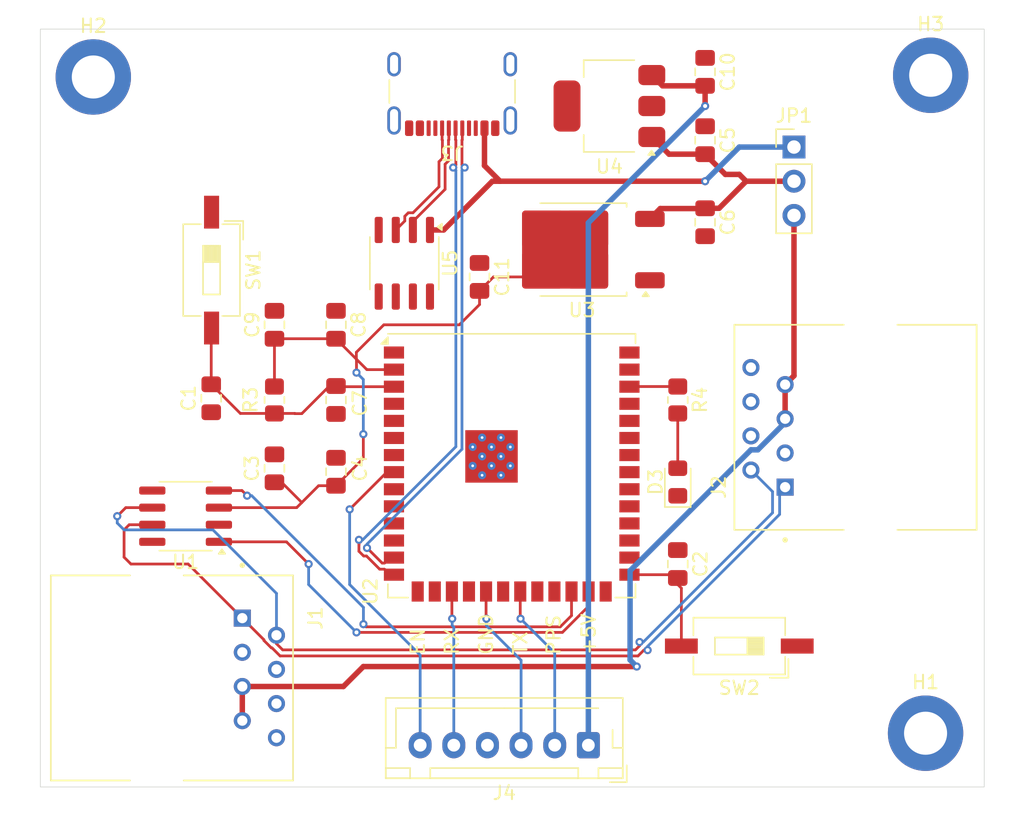
<source format=kicad_pcb>
(kicad_pcb (version 20240108) (generator "pcbnew") (generator_version "8.0")
  (layers (0 "F.Cu" signal) (31 "B.Cu" signal) (34 "B.Paste" user) (35 "F.Paste" user) (36 "B.SilkS" user "B.Silkscreen") (37 "F.SilkS" user "F.Silkscreen") (38 "B.Mask" user) (39 "F.Mask" user) (44 "Edge.Cuts" user))
  (net 0 "")
  (net 1 "GND")
  (net 2 "GPIO_0")
  (net 3 "+5V")
  (net 4 "+24V")
  (net 5 "EN_ESP")
  (net 6 "+3.3V")
  (net 7 "Net-(D3-A)")
  (net 9 "CAN_P")
  (net 13 "USB_P")
  (net 18 "USB_N")
  (net 19 "GNSS_RX")
  (net 20 "GNSS_PPS")
  (net 21 "GNSS_TX")
  (net 22 "GNSS_EN")
  (net 23 "LED_BUILDIN")
  (net 24 "TXC")
  (net 25 "RXC")
  (net 54 "JUMPER_LDO")
  (net 55 "CAN_N")
  (footprint "Capacitor_SMD:C_0805_2012Metric_Pad1.18x1.45mm_HandSolder" (layer "F.Cu") (at 125.984 97.536 90)
    (property "Reference" "C3" (at 0 -1.68 90) (layer "F.SilkS"))
    (property "Value" "100nF")
    (pad "1" smd roundrect (at -1.0375 0 90) (size 1.175 1.45) (layers "F.Cu" "F.Paste" "F.Mask") (roundrect_rratio 0.212766) (net 6 "+3.3V"))
    (pad "2" smd roundrect (at 1.0375 0 90) (size 1.175 1.45) (layers "F.Cu" "F.Paste" "F.Mask") (roundrect_rratio 0.212766) (net 1 "GND"))
  )
  (footprint "Package_SO:SOIC-8_3.9x4.9mm_P1.27mm" (layer "F.Cu") (at 135.636 82.296 -90)
    (property "Reference" "U5" (at 0 -3.4 90) (layer "F.SilkS"))
    (property "Value" "TVS")
    (pad "1" smd roundrect (at -2.475 -1.905 270) (size 1.95 0.6) (layers "F.Cu" "F.Paste" "F.Mask") (net 3 "+5V"))
    (pad "2" smd roundrect (at -2.475 -0.635 270) (size 1.95 0.6) (layers "F.Cu" "F.Paste" "F.Mask") (net 18 "USB_N"))
    (pad "3" smd roundrect (at -2.475 0.635 270) (size 1.95 0.6) (layers "F.Cu" "F.Paste" "F.Mask") (net 13 "USB_P"))
    (pad "4" smd roundrect (at -2.475 1.905 270) (size 1.95 0.6) (layers "F.Cu" "F.Paste" "F.Mask"))
    (pad "5" smd roundrect (at 2.475 1.905 270) (size 1.95 0.6) (layers "F.Cu" "F.Paste" "F.Mask") (net 1 "GND"))
    (pad "6" smd roundrect (at 2.475 0.635 270) (size 1.95 0.6) (layers "F.Cu" "F.Paste" "F.Mask") (net 1 "GND"))
    (pad "7" smd roundrect (at 2.475 -0.635 270) (size 1.95 0.6) (layers "F.Cu" "F.Paste" "F.Mask") (net 1 "GND"))
    (pad "8" smd roundrect (at 2.475 -1.905 270) (size 1.95 0.6) (layers "F.Cu" "F.Paste" "F.Mask") (net 1 "GND"))
  )
  (footprint "Capacitor_SMD:C_0805_2012Metric_Pad1.18x1.45mm_HandSolder" (layer "F.Cu") (at 157.988 73.152 -90)
    (property "Reference" "C5" (at 0 -1.68 90) (layer "F.SilkS"))
    (property "Value" "22uF")
    (pad "1" smd roundrect (at -1.0375 0 270) (size 1.175 1.45) (layers "F.Cu" "F.Paste" "F.Mask") (roundrect_rratio 0.212766) (net 1 "GND"))
    (pad "2" smd roundrect (at 1.0375 0 270) (size 1.175 1.45) (layers "F.Cu" "F.Paste" "F.Mask") (roundrect_rratio 0.212766) (net 54 "JUMPER_LDO"))
  )
  (footprint "MountingHole:MountingHole_3.2mm_M3_DIN965_Pad_TopBottom" (layer "F.Cu") (at 174.752 68.326)
    (property "Reference" "H3" (at 0 -3.8 0) (layer "F.SilkS"))
    (property "Value" "MountingHole_Pad")
    (pad "1" thru_hole circle (at 0 0) (size 3.6 3.6) (drill 3.2) (layers "*.Cu" "*.Mask") (net 1 "GND"))
    (pad "1" connect circle (at 0 0) (size 5.6 5.6) (layers "F.Cu" "F.Mask") (net 1 "GND"))
    (pad "1" connect circle (at 0 0) (size 5.6 5.6) (layers "B.Cu" "B.Mask") (net 1 "GND"))
  )
  (footprint "Button_Switch_SMD:SW_DIP_SPSTx01_Slide_6.7x4.1mm_W8.61mm_P2.54mm_LowProfile" (layer "F.Cu") (at 160.528 110.744 180)
    (property "Reference" "SW2" (at 0 -3.11 360) (layer "F.SilkS"))
    (property "Value" "TS09-63-25-WT-160-SMT-TR")
    (pad "1" smd rect (at -4.305 0 180) (size 2.44 1.12) (layers "F.Cu" "F.Paste" "F.Mask") (net 1 "GND"))
    (pad "2" smd rect (at 4.305 0 180) (size 2.44 1.12) (layers "F.Cu" "F.Paste" "F.Mask") (net 2 "GPIO_0"))
  )
  (footprint "Package_TO_SOT_SMD:SOT-223-3_TabPin2" (layer "F.Cu") (at 150.876 70.612 180)
    (property "Reference" "U4" (at 0 -4.5 0) (layer "F.SilkS"))
    (property "Value" "LDO-LM7805MPX/NOPB")
    (pad "1" smd roundrect (at -3.15 -2.3 180) (size 2 1.5) (layers "F.Cu" "F.Paste" "F.Mask") (net 54 "JUMPER_LDO"))
    (pad "2" smd roundrect (at -3.15 0 180) (size 2 1.5) (layers "F.Cu" "F.Paste" "F.Mask") (net 1 "GND"))
    (pad "2" smd roundrect (at 3.15 0 180) (size 2 3.8) (layers "F.Cu" "F.Paste" "F.Mask") (net 1 "GND"))
    (pad "3" smd roundrect (at -3.15 2.3 180) (size 2 1.5) (layers "F.Cu" "F.Paste" "F.Mask") (net 3 "+5V"))
  )
  (footprint "LED_SMD:LED_0805_2012Metric_Pad1.15x1.40mm_HandSolder" (layer "F.Cu") (at 155.956 98.552 90)
    (property "Reference" "D3" (at 0 -1.65 90) (layer "F.SilkS"))
    (property "Value" "LED")
    (pad "1" smd roundrect (at -1.025 0 90) (size 1.15 1.4) (layers "F.Cu" "F.Paste" "F.Mask") (roundrect_rratio 0.217391) (net 1 "GND"))
    (pad "2" smd roundrect (at 1.025 0 90) (size 1.15 1.4) (layers "F.Cu" "F.Paste" "F.Mask") (roundrect_rratio 0.217391) (net 7 "Net-(D3-A)"))
  )
  (footprint "Resistor_SMD:R_0805_2012Metric_Pad1.20x1.40mm_HandSolder" (layer "F.Cu") (at 125.984 92.456 -90)
    (property "Reference" "R3" (at 0 1.778 90) (layer "F.SilkS"))
    (property "Value" "10k")
    (pad "1" smd roundrect (at -1 0 270) (size 1.2 1.4) (layers "F.Cu" "F.Paste" "F.Mask") (roundrect_rratio 0.208333) (net 6 "+3.3V"))
    (pad "2" smd roundrect (at 1 0 270) (size 1.2 1.4) (layers "F.Cu" "F.Paste" "F.Mask") (roundrect_rratio 0.208333) (net 5 "EN_ESP"))
  )
  (footprint "MountingHole:MountingHole_3.2mm_M3_DIN965_Pad_TopBottom" (layer "F.Cu") (at 112.522 68.453)
    (property "Reference" "H2" (at 0 -3.8 0) (layer "F.SilkS"))
    (property "Value" "MountingHole_Pad")
    (pad "1" thru_hole circle (at 0 0) (size 3.6 3.6) (drill 3.2) (layers "*.Cu" "*.Mask") (net 1 "GND"))
    (pad "1" connect circle (at 0 0) (size 5.6 5.6) (layers "F.Cu" "F.Mask") (net 1 "GND"))
    (pad "1" connect circle (at 0 0) (size 5.6 5.6) (layers "B.Cu" "B.Mask") (net 1 "GND"))
  )
  (footprint "Capacitor_SMD:C_0805_2012Metric_Pad1.18x1.45mm_HandSolder" (layer "F.Cu") (at 157.988 68.072 -90)
    (property "Reference" "C10" (at 0 -1.68 90) (layer "F.SilkS"))
    (property "Value" "100nF")
    (pad "1" smd roundrect (at -1.0375 0 270) (size 1.175 1.45) (layers "F.Cu" "F.Paste" "F.Mask") (roundrect_rratio 0.212766) (net 1 "GND"))
    (pad "2" smd roundrect (at 1.0375 0 270) (size 1.175 1.45) (layers "F.Cu" "F.Paste" "F.Mask") (roundrect_rratio 0.212766) (net 3 "+5V"))
  )
  (footprint "Connector_USB:USB_C_Receptacle_GCT_USB4105-xx-A_16P_TopMnt_Horizontal" (layer "F.Cu") (at 139.192 68.58 180)
    (property "Reference" "J3" (at 0 -5.5 180) (layer "F.SilkS"))
    (property "Value" "USB_C_USB4105-GF-A")
    (pad "" np_thru_hole circle (at -2.89 -2.605 180) (size 0.65 0.65) (drill 0.65) (layers "F&B.Cu" "*.Mask"))
    (pad "" np_thru_hole circle (at 2.89 -2.605 180) (size 0.65 0.65) (drill 0.65) (layers "F&B.Cu" "*.Mask"))
    (pad "A1" smd roundrect (at -3.2 -3.68 180) (size 0.6 1.15) (layers "F.Cu" "F.Paste" "F.Mask") (net 1 "GND"))
    (pad "A4" smd roundrect (at -2.4 -3.68 180) (size 0.6 1.15) (layers "F.Cu" "F.Paste" "F.Mask") (net 3 "+5V"))
    (pad "A5" smd roundrect (at -1.25 -3.68 180) (size 0.3 1.15) (layers "F.Cu" "F.Paste" "F.Mask"))
    (pad "A6" smd roundrect (at -0.25 -3.68 180) (size 0.3 1.15) (layers "F.Cu" "F.Paste" "F.Mask") (net 13 "USB_P"))
    (pad "A7" smd roundrect (at 0.25 -3.68 180) (size 0.3 1.15) (layers "F.Cu" "F.Paste" "F.Mask") (net 18 "USB_N"))
    (pad "A8" smd roundrect (at 1.25 -3.68 180) (size 0.3 1.15) (layers "F.Cu" "F.Paste" "F.Mask"))
    (pad "A9" smd roundrect (at 2.4 -3.68 180) (size 0.6 1.15) (layers "F.Cu" "F.Paste" "F.Mask") (net 3 "+5V"))
    (pad "A12" smd roundrect (at 3.2 -3.68 180) (size 0.6 1.15) (layers "F.Cu" "F.Paste" "F.Mask") (net 1 "GND"))
    (pad "B1" smd roundrect (at 3.2 -3.68 180) (size 0.6 1.15) (layers "F.Cu" "F.Paste" "F.Mask") (net 1 "GND"))
    (pad "B4" smd roundrect (at 2.4 -3.68 180) (size 0.6 1.15) (layers "F.Cu" "F.Paste" "F.Mask") (net 3 "+5V"))
    (pad "B5" smd roundrect (at 1.75 -3.68 180) (size 0.3 1.15) (layers "F.Cu" "F.Paste" "F.Mask"))
    (pad "B6" smd roundrect (at 0.75 -3.68 180) (size 0.3 1.15) (layers "F.Cu" "F.Paste" "F.Mask") (net 13 "USB_P"))
    (pad "B7" smd roundrect (at -0.75 -3.68 180) (size 0.3 1.15) (layers "F.Cu" "F.Paste" "F.Mask") (net 18 "USB_N"))
    (pad "B8" smd roundrect (at -1.75 -3.68 180) (size 0.3 1.15) (layers "F.Cu" "F.Paste" "F.Mask"))
    (pad "B9" smd roundrect (at -2.4 -3.68 180) (size 0.6 1.15) (layers "F.Cu" "F.Paste" "F.Mask") (net 3 "+5V"))
    (pad "B12" smd roundrect (at -3.2 -3.68 180) (size 0.6 1.15) (layers "F.Cu" "F.Paste" "F.Mask") (net 1 "GND"))
    (pad "S1" thru_hole oval (at -4.32 -3.105 180) (size 1 2.1) (drill oval 0.6 1.7) (layers "*.Cu" "*.Mask" "F.Paste") (net 1 "GND"))
    (pad "S1" thru_hole oval (at -4.32 1.075 180) (size 1 1.8) (drill oval 0.6 1.4) (layers "*.Cu" "*.Mask" "F.Paste") (net 1 "GND"))
    (pad "S1" thru_hole oval (at 4.32 -3.105 180) (size 1 2.1) (drill oval 0.6 1.7) (layers "*.Cu" "*.Mask" "F.Paste") (net 1 "GND"))
    (pad "S1" thru_hole oval (at 4.32 1.075 180) (size 1 1.8) (drill oval 0.6 1.4) (layers "*.Cu" "*.Mask" "F.Paste") (net 1 "GND"))
  )
  (footprint "RoverFootprint:Ethernet_Horizontal" (layer "F.Cu") (at 117.244 113.1135 -90)
    (property "Reference" "J1" (at -4.445 -11.788 90) (layer "F.SilkS"))
    (property "Value" "Eth-Horiz")
    (pad "" np_thru_hole circle (at -5.716 0 270) (size 3.35 3.35) (drill 3.35) (layers "*.Cu" "*.Mask"))
    (pad "" np_thru_hole circle (at 5.716 0 270) (size 3.35 3.35) (drill 3.35) (layers "*.Cu" "*.Mask"))
    (pad "1" thru_hole rect (at -4.445 -6.35 270) (size 1.268 1.268) (drill 0.76) (layers "*.Cu" "*.Mask") (net 9 "CAN_P"))
    (pad "2" thru_hole circle (at -3.175 -8.89 270) (size 1.268 1.268) (drill 0.76) (layers "*.Cu" "*.Mask") (net 55 "CAN_N"))
    (pad "3" thru_hole circle (at -1.905 -6.35 270) (size 1.268 1.268) (drill 0.76) (layers "*.Cu" "*.Mask"))
    (pad "4" thru_hole circle (at -0.635 -8.89 270) (size 1.268 1.268) (drill 0.76) (layers "*.Cu" "*.Mask"))
    (pad "5" thru_hole circle (at 0.635 -6.35 270) (size 1.268 1.268) (drill 0.76) (layers "*.Cu" "*.Mask") (net 4 "+24V"))
    (pad "6" thru_hole circle (at 1.905 -8.89 270) (size 1.268 1.268) (drill 0.76) (layers "*.Cu" "*.Mask") (net 1 "GND"))
    (pad "7" thru_hole circle (at 3.175 -6.35 270) (size 1.268 1.268) (drill 0.76) (layers "*.Cu" "*.Mask") (net 4 "+24V"))
    (pad "8" thru_hole circle (at 4.445 -8.89 270) (size 1.268 1.268) (drill 0.76) (layers "*.Cu" "*.Mask") (net 1 "GND"))
  )
  (footprint "Capacitor_SMD:C_0805_2012Metric_Pad1.18x1.45mm_HandSolder" (layer "F.Cu") (at 155.956 104.648 -90)
    (property "Reference" "C2" (at 0 -1.68 90) (layer "F.SilkS"))
    (property "Value" "100nF")
    (pad "1" smd roundrect (at -1.0375 0 270) (size 1.175 1.45) (layers "F.Cu" "F.Paste" "F.Mask") (roundrect_rratio 0.212766) (net 1 "GND"))
    (pad "2" smd roundrect (at 1.0375 0 270) (size 1.175 1.45) (layers "F.Cu" "F.Paste" "F.Mask") (roundrect_rratio 0.212766) (net 2 "GPIO_0"))
  )
  (footprint "Capacitor_SMD:C_0805_2012Metric_Pad1.18x1.45mm_HandSolder" (layer "F.Cu") (at 125.984 86.868 -90)
    (property "Reference" "C9" (at 0 1.651 90) (layer "F.SilkS"))
    (property "Value" "22uF")
    (pad "1" smd roundrect (at -1.0375 0 270) (size 1.175 1.45) (layers "F.Cu" "F.Paste" "F.Mask") (roundrect_rratio 0.212766) (net 1 "GND"))
    (pad "2" smd roundrect (at 1.0375 0 270) (size 1.175 1.45) (layers "F.Cu" "F.Paste" "F.Mask") (roundrect_rratio 0.212766) (net 6 "+3.3V"))
  )
  (footprint "Capacitor_SMD:C_0805_2012Metric_Pad1.18x1.45mm_HandSolder" (layer "F.Cu") (at 130.556 92.456 -90)
    (property "Reference" "C7" (at 0.254 -1.778 90) (layer "F.SilkS"))
    (property "Value" "1uF")
    (pad "1" smd roundrect (at -1.0375 0 270) (size 1.175 1.45) (layers "F.Cu" "F.Paste" "F.Mask") (roundrect_rratio 0.212766) (net 5 "EN_ESP"))
    (pad "2" smd roundrect (at 1.0375 0 270) (size 1.175 1.45) (layers "F.Cu" "F.Paste" "F.Mask") (roundrect_rratio 0.212766) (net 1 "GND"))
  )
  (footprint "Button_Switch_SMD:SW_DIP_SPSTx01_Slide_6.7x4.1mm_W8.61mm_P2.54mm_LowProfile" (layer "F.Cu") (at 121.3104 82.804 -90)
    (property "Reference" "SW1" (at 0 -3.11 90) (layer "F.SilkS"))
    (property "Value" "TS09-63-25-WT-160-SMT-TR")
    (pad "1" smd rect (at -4.305 0 270) (size 2.44 1.12) (layers "F.Cu" "F.Paste" "F.Mask") (net 1 "GND"))
    (pad "2" smd rect (at 4.305 0 270) (size 2.44 1.12) (layers "F.Cu" "F.Paste" "F.Mask") (net 5 "EN_ESP"))
  )
  (footprint "Connector_PinHeader_2.54mm:PinHeader_1x03_P2.54mm_Vertical" (layer "F.Cu") (at 164.592 73.66)
    (property "Reference" "JP1" (at 0 -2.33 0) (layer "F.SilkS"))
    (property "Value" "Selector-Jumper_3_Open")
    (pad "1" thru_hole rect (at 0 0) (size 1.7 1.7) (drill 1) (layers "*.Cu" "*.Mask") (net 3 "+5V"))
    (pad "2" thru_hole oval (at 0 2.54) (size 1.7 1.7) (drill 1) (layers "*.Cu" "*.Mask") (net 54 "JUMPER_LDO"))
    (pad "3" thru_hole oval (at 0 5.08) (size 1.7 1.7) (drill 1) (layers "*.Cu" "*.Mask") (net 4 "+24V"))
  )
  (footprint "Package_TO_SOT_SMD:TO-252-2" (layer "F.Cu") (at 148.844 81.28 180)
    (property "Reference" "U3" (at 0 -4.5 0) (layer "F.SilkS"))
    (property "Value" "LD1086DT33TR")
    (pad "1" smd roundrect (at -5.04 -2.28 180) (size 2.2 1.2) (layers "F.Cu" "F.Paste" "F.Mask") (roundrect_rratio 0.208333) (net 1 "GND"))
    (pad "2" smd roundrect (at -0.415 -1.525 180) (size 3.05 2.75) (layers "F.Cu" "F.Paste") (roundrect_rratio 0.090909) (net 6 "+3.3V"))
    (pad "2" smd roundrect (at -0.415 1.525 180) (size 3.05 2.75) (layers "F.Cu" "F.Paste") (roundrect_rratio 0.090909) (net 6 "+3.3V"))
    (pad "2" smd roundrect (at 1.26 0 180) (size 6.4 5.8) (layers "F.Cu" "F.Mask") (roundrect_rratio 0.043103) (net 6 "+3.3V"))
    (pad "2" smd roundrect (at 2.935 -1.525 180) (size 3.05 2.75) (layers "F.Cu" "F.Paste") (roundrect_rratio 0.090909) (net 6 "+3.3V"))
    (pad "2" smd roundrect (at 2.935 1.525 180) (size 3.05 2.75) (layers "F.Cu" "F.Paste") (roundrect_rratio 0.090909) (net 6 "+3.3V"))
    (pad "3" smd roundrect (at -5.04 2.28 180) (size 2.2 1.2) (layers "F.Cu" "F.Paste" "F.Mask") (roundrect_rratio 0.208333) (net 54 "JUMPER_LDO"))
  )
  (footprint "Capacitor_SMD:C_0805_2012Metric_Pad1.18x1.45mm_HandSolder" (layer "F.Cu") (at 157.988 79.248 -90)
    (property "Reference" "C6" (at 0 -1.68 90) (layer "F.SilkS"))
    (property "Value" "10uF")
    (pad "1" smd roundrect (at -1.0375 0 270) (size 1.175 1.45) (layers "F.Cu" "F.Paste" "F.Mask") (roundrect_rratio 0.212766) (net 54 "JUMPER_LDO"))
    (pad "2" smd roundrect (at 1.0375 0 270) (size 1.175 1.45) (layers "F.Cu" "F.Paste" "F.Mask") (roundrect_rratio 0.212766) (net 1 "GND"))
  )
  (footprint "Capacitor_SMD:C_0805_2012Metric_Pad1.18x1.45mm_HandSolder" (layer "F.Cu") (at 130.556 86.868 -90)
    (property "Reference" "C8" (at 0 -1.68 90) (layer "F.SilkS"))
    (property "Value" "100nF")
    (pad "1" smd roundrect (at -1.0375 0 270) (size 1.175 1.45) (layers "F.Cu" "F.Paste" "F.Mask") (roundrect_rratio 0.212766) (net 1 "GND"))
    (pad "2" smd roundrect (at 1.0375 0 270) (size 1.175 1.45) (layers "F.Cu" "F.Paste" "F.Mask") (roundrect_rratio 0.212766) (net 6 "+3.3V"))
  )
  (footprint "RF_Module:ESP32-S3-WROOM-1U" (layer "F.Cu") (at 143.614394 97.34)
    (property "Reference" "U2" (at -10.5 9.34 90) (layer "F.SilkS"))
    (property "Value" "ESP32-S3-WROVER")
    (pad "1" smd rect (at -8.75 -8.41) (size 1.5 0.9) (layers "F.Cu" "F.Paste" "F.Mask") (net 1 "GND"))
    (pad "2" smd rect (at -8.75 -7.14) (size 1.5 0.9) (layers "F.Cu" "F.Paste" "F.Mask") (net 6 "+3.3V"))
    (pad "3" smd rect (at -8.75 -5.87) (size 1.5 0.9) (layers "F.Cu" "F.Paste" "F.Mask") (net 5 "EN_ESP"))
    (pad "4" smd rect (at -8.75 -4.6) (size 1.5 0.9) (layers "F.Cu" "F.Paste" "F.Mask"))
    (pad "5" smd rect (at -8.75 -3.33) (size 1.5 0.9) (layers "F.Cu" "F.Paste" "F.Mask"))
    (pad "6" smd rect (at -8.75 -2.06) (size 1.5 0.9) (layers "F.Cu" "F.Paste" "F.Mask"))
    (pad "7" smd rect (at -8.75 -0.79) (size 1.5 0.9) (layers "F.Cu" "F.Paste" "F.Mask"))
    (pad "8" smd rect (at -8.75 0.48) (size 1.5 0.9) (layers "F.Cu" "F.Paste" "F.Mask") (net 22 "GNSS_EN"))
    (pad "9" smd rect (at -8.75 1.75) (size 1.5 0.9) (layers "F.Cu" "F.Paste" "F.Mask"))
    (pad "10" smd rect (at -8.75 3.02) (size 1.5 0.9) (layers "F.Cu" "F.Paste" "F.Mask"))
    (pad "11" smd rect (at -8.75 4.29) (size 1.5 0.9) (layers "F.Cu" "F.Paste" "F.Mask"))
    (pad "12" smd rect (at -8.75 5.56) (size 1.5 0.9) (layers "F.Cu" "F.Paste" "F.Mask"))
    (pad "13" smd rect (at -8.75 6.83) (size 1.5 0.9) (layers "F.Cu" "F.Paste" "F.Mask") (net 18 "USB_N"))
    (pad "14" smd rect (at -8.75 8.1 180) (size 1.5 0.9) (layers "F.Cu" "F.Paste" "F.Mask") (net 13 "USB_P"))
    (pad "15" smd rect (at -6.985 9.35 270) (size 1.5 0.9) (layers "F.Cu" "F.Paste" "F.Mask"))
    (pad "16" smd rect (at -5.715 9.35 270) (size 1.5 0.9) (layers "F.Cu" "F.Paste" "F.Mask"))
    (pad "17" smd rect (at -4.445 9.35 270) (size 1.5 0.9) (layers "F.Cu" "F.Paste" "F.Mask") (net 19 "GNSS_RX"))
    (pad "18" smd rect (at -3.175 9.35 270) (size 1.5 0.9) (layers "F.Cu" "F.Paste" "F.Mask"))
    (pad "19" smd rect (at -1.905 9.35 270) (size 1.5 0.9) (layers "F.Cu" "F.Paste" "F.Mask") (net 21 "GNSS_TX"))
    (pad "20" smd rect (at -0.635 9.35 270) (size 1.5 0.9) (layers "F.Cu" "F.Paste" "F.Mask"))
    (pad "21" smd rect (at 0.635 9.35 270) (size 1.5 0.9) (layers "F.Cu" "F.Paste" "F.Mask") (net 20 "GNSS_PPS"))
    (pad "22" smd rect (at 1.905 9.35 270) (size 1.5 0.9) (layers "F.Cu" "F.Paste" "F.Mask"))
    (pad "23" smd rect (at 3.175 9.35 270) (size 1.5 0.9) (layers "F.Cu" "F.Paste" "F.Mask"))
    (pad "24" smd rect (at 4.445 9.35 270) (size 1.5 0.9) (layers "F.Cu" "F.Paste" "F.Mask") (net 24 "TXC"))
    (pad "25" smd rect (at 5.715 9.35 270) (size 1.5 0.9) (layers "F.Cu" "F.Paste" "F.Mask") (net 25 "RXC"))
    (pad "26" smd rect (at 6.985 9.35 270) (size 1.5 0.9) (layers "F.Cu" "F.Paste" "F.Mask"))
    (pad "27" smd rect (at 8.75 8.1) (size 1.5 0.9) (layers "F.Cu" "F.Paste" "F.Mask") (net 2 "GPIO_0"))
    (pad "28" smd rect (at 8.75 6.83) (size 1.5 0.9) (layers "F.Cu" "F.Paste" "F.Mask"))
    (pad "29" smd rect (at 8.75 5.56) (size 1.5 0.9) (layers "F.Cu" "F.Paste" "F.Mask"))
    (pad "30" smd rect (at 8.75 4.29) (size 1.5 0.9) (layers "F.Cu" "F.Paste" "F.Mask"))
    (pad "31" smd rect (at 8.75 3.02) (size 1.5 0.9) (layers "F.Cu" "F.Paste" "F.Mask"))
    (pad "32" smd rect (at 8.75 1.75) (size 1.5 0.9) (layers "F.Cu" "F.Paste" "F.Mask"))
    (pad "33" smd rect (at 8.75 0.48) (size 1.5 0.9) (layers "F.Cu" "F.Paste" "F.Mask"))
    (pad "34" smd rect (at 8.75 -0.79) (size 1.5 0.9) (layers "F.Cu" "F.Paste" "F.Mask"))
    (pad "35" smd rect (at 8.75 -2.06) (size 1.5 0.9) (layers "F.Cu" "F.Paste" "F.Mask"))
    (pad "36" smd rect (at 8.75 -3.33) (size 1.5 0.9) (layers "F.Cu" "F.Paste" "F.Mask"))
    (pad "37" smd rect (at 8.75 -4.6) (size 1.5 0.9) (layers "F.Cu" "F.Paste" "F.Mask"))
    (pad "38" smd rect (at 8.75 -5.87) (size 1.5 0.9) (layers "F.Cu" "F.Paste" "F.Mask") (net 23 "LED_BUILDIN"))
    (pad "39" smd rect (at 8.75 -7.14) (size 1.5 0.9) (layers "F.Cu" "F.Paste" "F.Mask"))
    (pad "40" smd rect (at 8.75 -8.41) (size 1.5 0.9) (layers "F.Cu" "F.Paste" "F.Mask") (net 1 "GND"))
    (pad "41" thru_hole circle (at -2.9 -1.39) (size 0.6 0.6) (drill 0.2) (property pad_prop_heatsink) (layers "*.Cu" "F.Mask") (net 1 "GND"))
    (pad "41" thru_hole circle (at -2.9 0.01) (size 0.6 0.6) (drill 0.2) (property pad_prop_heatsink) (layers "*.Cu" "F.Mask") (net 1 "GND"))
    (pad "41" thru_hole circle (at -2.2 -2.09) (size 0.6 0.6) (drill 0.2) (property pad_prop_heatsink) (layers "*.Cu" "F.Mask") (net 1 "GND"))
    (pad "41" thru_hole circle (at -2.2 -0.69) (size 0.6 0.6) (drill 0.2) (property pad_prop_heatsink) (layers "*.Cu" "F.Mask") (net 1 "GND"))
    (pad "41" thru_hole circle (at -2.2 0.71) (size 0.6 0.6) (drill 0.2) (property pad_prop_heatsink) (layers "*.Cu" "F.Mask") (net 1 "GND"))
    (pad "41" thru_hole circle (at -1.5 -1.39) (size 0.6 0.6) (drill 0.2) (property pad_prop_heatsink) (layers "*.Cu" "F.Mask") (net 1 "GND"))
    (pad "41" smd rect (at -1.5 -0.69) (size 3.9 3.9) (layers "F.Cu" "F.Mask") (net 1 "GND"))
    (pad "41" thru_hole circle (at -1.5 0.01) (size 0.6 0.6) (drill 0.2) (property pad_prop_heatsink) (layers "*.Cu" "F.Mask") (net 1 "GND"))
    (pad "41" thru_hole circle (at -0.8 -2.09) (size 0.6 0.6) (drill 0.2) (property pad_prop_heatsink) (layers "*.Cu" "F.Mask") (net 1 "GND"))
    (pad "41" thru_hole circle (at -0.8 -0.69 90) (size 0.6 0.6) (drill 0.2) (property pad_prop_heatsink) (layers "*.Cu" "F.Mask") (net 1 "GND"))
    (pad "41" thru_hole circle (at -0.8 0.71) (size 0.6 0.6) (drill 0.2) (property pad_prop_heatsink) (layers "*.Cu" "F.Mask") (net 1 "GND"))
    (pad "41" thru_hole circle (at -0.1 -1.39) (size 0.6 0.6) (drill 0.2) (property pad_prop_heatsink) (layers "*.Cu" "F.Mask") (net 1 "GND"))
    (pad "41" thru_hole circle (at -0.1 0.01) (size 0.6 0.6) (drill 0.2) (property pad_prop_heatsink) (layers "*.Cu" "F.Mask") (net 1 "GND"))
  )
  (footprint "MountingHole:MountingHole_3.2mm_M3_DIN965_Pad_TopBottom" (layer "F.Cu") (at 174.371 117.221)
    (property "Reference" "H1" (at 0 -3.8 0) (layer "F.SilkS"))
    (property "Value" "MountingHole_Pad")
    (pad "1" thru_hole circle (at 0 0) (size 3.6 3.6) (drill 3.2) (layers "*.Cu" "*.Mask") (net 1 "GND"))
    (pad "1" connect circle (at 0 0) (size 5.6 5.6) (layers "F.Cu" "F.Mask") (net 1 "GND"))
    (pad "1" connect circle (at 0 0) (size 5.6 5.6) (layers "B.Cu" "B.Mask") (net 1 "GND"))
  )
  (footprint "Capacitor_SMD:C_0805_2012Metric_Pad1.18x1.45mm_HandSolder" (layer "F.Cu") (at 130.556 97.79 90)
    (property "Reference" "C4" (at 0.254 1.778 90) (layer "F.SilkS"))
    (property "Value" "100nF")
    (pad "1" smd roundrect (at -1.0375 0 90) (size 1.175 1.45) (layers "F.Cu" "F.Paste" "F.Mask") (roundrect_rratio 0.212766) (net 6 "+3.3V"))
    (pad "2" smd roundrect (at 1.0375 0 90) (size 1.175 1.45) (layers "F.Cu" "F.Paste" "F.Mask") (roundrect_rratio 0.212766) (net 1 "GND"))
  )
  (footprint "Package_SO:SOIC-8_3.9x4.9mm_P1.27mm" (layer "F.Cu") (at 119.38 101.092 180)
    (property "Reference" "U1" (at 0 -3.4 360) (layer "F.SilkS"))
    (property "Value" "SN65HVD232")
    (pad "1" smd roundrect (at -2.475 -1.905 180) (size 1.95 0.6) (layers "F.Cu" "F.Paste" "F.Mask") (net 25 "RXC"))
    (pad "2" smd roundrect (at -2.475 -0.635 180) (size 1.95 0.6) (layers "F.Cu" "F.Paste" "F.Mask") (net 1 "GND"))
    (pad "3" smd roundrect (at -2.475 0.635 180) (size 1.95 0.6) (layers "F.Cu" "F.Paste" "F.Mask") (net 6 "+3.3V"))
    (pad "4" smd roundrect (at -2.475 1.905 180) (size 1.95 0.6) (layers "F.Cu" "F.Paste" "F.Mask") (net 24 "TXC"))
    (pad "5" smd roundrect (at 2.475 1.905 180) (size 1.95 0.6) (layers "F.Cu" "F.Paste" "F.Mask"))
    (pad "6" smd roundrect (at 2.475 0.635 180) (size 1.95 0.6) (layers "F.Cu" "F.Paste" "F.Mask") (net 55 "CAN_N"))
    (pad "7" smd roundrect (at 2.475 -0.635 180) (size 1.95 0.6) (layers "F.Cu" "F.Paste" "F.Mask") (net 9 "CAN_P"))
    (pad "8" smd roundrect (at 2.475 -1.905 180) (size 1.95 0.6) (layers "F.Cu" "F.Paste" "F.Mask") (net 1 "GND"))
  )
  (footprint "Resistor_SMD:R_0805_2012Metric_Pad1.20x1.40mm_HandSolder" (layer "F.Cu") (at 155.956 92.456 -90)
    (property "Reference" "R4" (at 0 -1.65 90) (layer "F.SilkS"))
    (property "Value" "1k")
    (pad "1" smd roundrect (at -1 0 270) (size 1.2 1.4) (layers "F.Cu" "F.Paste" "F.Mask") (roundrect_rratio 0.208333) (net 23 "LED_BUILDIN"))
    (pad "2" smd roundrect (at 1 0 270) (size 1.2 1.4) (layers "F.Cu" "F.Paste" "F.Mask") (roundrect_rratio 0.208333) (net 7 "Net-(D3-A)"))
  )
  (footprint "Capacitor_SMD:C_0805_2012Metric_Pad1.18x1.45mm_HandSolder" (layer "F.Cu") (at 141.224 83.312 -90)
    (property "Reference" "C11" (at 0 -1.68 90) (layer "F.SilkS"))
    (property "Value" "10uF")
    (pad "1" smd roundrect (at -1.0375 0 270) (size 1.175 1.45) (layers "F.Cu" "F.Paste" "F.Mask") (roundrect_rratio 0.212766) (net 1 "GND"))
    (pad "2" smd roundrect (at 1.0375 0 270) (size 1.175 1.45) (layers "F.Cu" "F.Paste" "F.Mask") (roundrect_rratio 0.212766) (net 6 "+3.3V"))
  )
  (footprint "Capacitor_SMD:C_0805_2012Metric_Pad1.18x1.45mm_HandSolder" (layer "F.Cu") (at 121.285 92.329 90)
    (property "Reference" "C1" (at 0 -1.68 90) (layer "F.SilkS"))
    (property "Value" "100nF")
    (pad "1" smd roundrect (at -1.0375 0 90) (size 1.175 1.45) (layers "F.Cu" "F.Paste" "F.Mask") (roundrect_rratio 0.212766) (net 1 "GND"))
    (pad "2" smd roundrect (at 1.0375 0 90) (size 1.175 1.45) (layers "F.Cu" "F.Paste" "F.Mask") (roundrect_rratio 0.212766) (net 5 "EN_ESP"))
  )
  (footprint "RoverFootprint:Ethernet_Horizontal" (layer "F.Cu") (at 170.284 94.488 90)
    (property "Reference" "J2" (at -4.445 -11.28 90) (layer "F.SilkS"))
    (property "Value" "Eth-Horiz")
    (pad "" np_thru_hole circle (at -5.716 0 90) (size 3.35 3.35) (drill 3.35) (layers "*.Cu" "*.Mask"))
    (pad "" np_thru_hole circle (at 5.716 0 90) (size 3.35 3.35) (drill 3.35) (layers "*.Cu" "*.Mask"))
    (pad "1" thru_hole rect (at -4.445 -6.35 90) (size 1.268 1.268) (drill 0.76) (layers "*.Cu" "*.Mask") (net 9 "CAN_P"))
    (pad "2" thru_hole circle (at -3.175 -8.89 90) (size 1.268 1.268) (drill 0.76) (layers "*.Cu" "*.Mask") (net 55 "CAN_N"))
    (pad "3" thru_hole circle (at -1.905 -6.35 90) (size 1.268 1.268) (drill 0.76) (layers "*.Cu" "*.Mask"))
    (pad "4" thru_hole circle (at -0.635 -8.89 90) (size 1.268 1.268) (drill 0.76) (layers "*.Cu" "*.Mask"))
    (pad "5" thru_hole circle (at 0.635 -6.35 90) (size 1.268 1.268) (drill 0.76) (layers "*.Cu" "*.Mask") (net 4 "+24V"))
    (pad "6" thru_hole circle (at 1.905 -8.89 90) (size 1.268 1.268) (drill 0.76) (layers "*.Cu" "*.Mask") (net 1 "GND"))
    (pad "7" thru_hole circle (at 3.175 -6.35 90) (size 1.268 1.268) (drill 0.76) (layers "*.Cu" "*.Mask") (net 4 "+24V"))
    (pad "8" thru_hole circle (at 4.445 -8.89 90) (size 1.268 1.268) (drill 0.76) (layers "*.Cu" "*.Mask") (net 1 "GND"))
  )
  (footprint "Connector_JST:JST_XH_B6B-XH-AM_1x06_P2.50mm_Vertical" (layer "F.Cu") (at 149.312 118.11 180)
    (property "Reference" "J4" (at 6.25 -3.55 0) (layer "F.SilkS"))
    (property "Value" "JST6_Pin")
    (pad "" np_thru_hole circle (at -1.6 2 180) (size 1.2 1.2) (drill 1.2) (layers "*.Cu" "*.Mask"))
    (pad "1" thru_hole roundrect (at 0 0 180) (size 1.7 1.95) (drill 0.95) (layers "*.Cu" "*.Mask") (roundrect_rratio 0.147059) (net 3 "+5V"))
    (pad "2" thru_hole oval (at 2.5 0 180) (size 1.7 1.95) (drill 0.95) (layers "*.Cu" "*.Mask") (net 20 "GNSS_PPS"))
    (pad "3" thru_hole oval (at 5 0 180) (size 1.7 1.95) (drill 0.95) (layers "*.Cu" "*.Mask") (net 21 "GNSS_TX"))
    (pad "4" thru_hole oval (at 7.5 0 180) (size 1.7 1.95) (drill 0.95) (layers "*.Cu" "*.Mask") (net 1 "GND"))
    (pad "5" thru_hole oval (at 10 0 180) (size 1.7 1.95) (drill 0.95) (layers "*.Cu" "*.Mask") (net 19 "GNSS_RX"))
    (pad "6" thru_hole oval (at 12.5 0 180) (size 1.7 1.95) (drill 0.95) (layers "*.Cu" "*.Mask") (net 22 "GNSS_EN"))
  )
  (gr_rect (start 108.585 64.897) (end 178.731 121.214) (stroke (width 0.05)) (fill none) (layer "Edge.Cuts"))
  (gr_text "GND" (at 142.3 111.489 90) (layer "F.SilkS") (effects (font (size 1 1) (thickness 0.1524)) (justify left bottom)))
  (gr_text "TX" (at 144.84 111.489 90) (layer "F.SilkS") (effects (font (size 1 1) (thickness 0.1524)) (justify left bottom)))
  (gr_text "PPS" (at 147.32 111.489 90) (layer "F.SilkS") (effects (font (size 1 1) (thickness 0.1524)) (justify left bottom)))
  (gr_text "RX" (at 139.76 111.489 90) (layer "F.SilkS") (effects (font (size 1 1) (thickness 0.1524)) (justify left bottom)))
  (gr_text "+5V" (at 149.92 111.489 90) (layer "F.SilkS") (effects (font (size 1 1) (thickness 0.1524)) (justify left bottom)))
  (gr_text "EN" (at 137.22 111.489 90) (layer "F.SilkS") (effects (font (size 1 1) (thickness 0.1524)) (justify left bottom)))
  (segment (start 156.223 106.439) (end 156.223 110.744) (width 0.2032) (layer "F.Cu") (net 2))
  (segment (start 155.956 105.6855) (end 155.956 106.172) (width 0.2032) (layer "F.Cu") (net 2))
  (segment (start 155.7105 105.44) (end 155.956 105.6855) (width 0.2032) (layer "F.Cu") (net 2))
  (segment (start 152.364394 105.44) (end 155.7105 105.44) (width 0.2032) (layer "F.Cu") (net 2))
  (segment (start 155.956 106.172) (end 156.223 106.439) (width 0.2032) (layer "F.Cu") (net 2))
  (segment (start 157.988 69.1095) (end 157.988 70.612) (width 0.4064) (layer "F.Cu") (net 3))
  (segment (start 137.541 79.821) (end 138.557 79.821) (width 0.4064) (layer "F.Cu") (net 3))
  (segment (start 141.592 75.044) (end 142.748 76.2) (width 0.4064) (layer "F.Cu") (net 3))
  (segment (start 142.178 76.2) (end 142.748 76.2) (width 0.4064) (layer "F.Cu") (net 3))
  (segment (start 154.8235 69.1095) (end 154.026 68.312) (width 0.4064) (layer "F.Cu") (net 3))
  (segment (start 142.748 76.2) (end 157.988 76.2) (width 0.4064) (layer "F.Cu") (net 3))
  (segment (start 141.592 72.26) (end 141.592 75.044) (width 0.4064) (layer "F.Cu") (net 3))
  (segment (start 138.557 79.821) (end 142.178 76.2) (width 0.4064) (layer "F.Cu") (net 3))
  (segment (start 157.988 69.1095) (end 154.8235 69.1095) (width 0.4064) (layer "F.Cu") (net 3))
  (via (at 157.988 70.612) (size 0.6) (drill 0.3) (layers "F.Cu" "B.Cu") (net 3))
  (via (at 157.988 76.2) (size 0.6) (drill 0.3) (layers "F.Cu" "B.Cu") (net 3))
  (segment (start 157.988 70.612) (end 149.312 79.288) (width 0.4064) (layer "B.Cu") (net 3))
  (segment (start 149.312 79.288) (end 149.312 118.11) (width 0.4064) (layer "B.Cu") (net 3))
  (segment (start 157.988 76.2) (end 160.528 73.66) (width 0.4064) (layer "B.Cu") (net 3))
  (segment (start 160.528 73.66) (end 164.592 73.66) (width 0.4064) (layer "B.Cu") (net 3))
  (segment (start 132.588 112.268) (end 152.908 112.268) (width 0.4064) (layer "F.Cu") (net 4))
  (segment (start 123.594 113.7485) (end 123.594 116.2885) (width 0.4064) (layer "F.Cu") (net 4))
  (segment (start 163.934 91.313) (end 163.934 93.853) (width 0.4064) (layer "F.Cu") (net 4))
  (segment (start 164.592 90.655) (end 163.934 91.313) (width 0.4064) (layer "F.Cu") (net 4))
  (segment (start 123.594 113.7485) (end 131.1075 113.7485) (width 0.4064) (layer "F.Cu") (net 4))
  (segment (start 164.592 78.74) (end 164.592 90.655) (width 0.4064) (layer "F.Cu") (net 4))
  (segment (start 131.1075 113.7485) (end 132.588 112.268) (width 0.4064) (layer "F.Cu") (net 4))
  (via (at 152.908 112.268) (size 0.6) (drill 0.3) (layers "F.Cu" "B.Cu") (net 4))
  (segment (start 152.412279 105.143721) (end 161.3958 96.1602) (width 0.4064) (layer "B.Cu") (net 4))
  (segment (start 152.908 112.268) (end 152.412279 111.772279) (width 0.4064) (layer "B.Cu") (net 4))
  (segment (start 163.934 94.13) (end 163.934 93.853) (width 0.4064) (layer "B.Cu") (net 4))
  (segment (start 161.9038 96.1602) (end 163.934 94.13) (width 0.4064) (layer "B.Cu") (net 4))
  (segment (start 152.412279 111.772279) (end 152.412279 105.143721) (width 0.4064) (layer "B.Cu") (net 4))
  (segment (start 161.3958 96.1602) (end 161.9038 96.1602) (width 0.4064) (layer "B.Cu") (net 4))
  (segment (start 127.492 93.456) (end 125.984 93.456) (width 0.2032) (layer "F.Cu") (net 5))
  (segment (start 134.864394 91.47) (end 130.6075 91.47) (width 0.2032) (layer "F.Cu") (net 5))
  (segment (start 130.0695 91.4185) (end 128.016 93.472) (width 0.2032) (layer "F.Cu") (net 5))
  (segment (start 125.984 93.456) (end 123.4495 93.456) (width 0.2032) (layer "F.Cu") (net 5))
  (segment (start 130.556 91.4185) (end 130.0695 91.4185) (width 0.2032) (layer "F.Cu") (net 5))
  (segment (start 128.016 93.472) (end 127.508 93.472) (width 0.2032) (layer "F.Cu") (net 5))
  (segment (start 127.508 93.472) (end 127.492 93.456) (width 0.2032) (layer "F.Cu") (net 5))
  (segment (start 130.6075 91.47) (end 130.556 91.4185) (width 0.2032) (layer "F.Cu") (net 5))
  (segment (start 121.285 91.2915) (end 121.285 87.1344) (width 0.2032) (layer "F.Cu") (net 5))
  (segment (start 123.4495 93.456) (end 121.285 91.2915) (width 0.2032) (layer "F.Cu") (net 5))
  (segment (start 121.285 87.1344) (end 121.3104 87.109) (width 0.2032) (layer "F.Cu") (net 5))
  (segment (start 125.984 91.456) (end 125.984 87.9055) (width 0.2032) (layer "F.Cu") (net 6))
  (segment (start 141.224 84.3495) (end 141.224 85.3655) (width 0.2032) (layer "F.Cu") (net 6))
  (segment (start 142.2605 83.313) (end 141.224 84.3495) (width 0.2032) (layer "F.Cu") (net 6))
  (segment (start 121.855 100.457) (end 127.635 100.457) (width 0.2032) (layer "F.Cu") (net 6))
  (segment (start 134.112 86.868) (end 132.06925 88.91075) (width 0.2032) (layer "F.Cu") (net 6))
  (segment (start 132.8505 90.2) (end 132.06925 89.41875) (width 0.2032) (layer "F.Cu") (net 6))
  (segment (start 126.5135 98.5735) (end 125.984 98.5735) (width 0.2032) (layer "F.Cu") (net 6))
  (segment (start 132.588 96.7955) (end 132.588 94.996) (width 0.2032) (layer "F.Cu") (net 6))
  (segment (start 125.984 87.9055) (end 125.4975 87.9055) (width 0.2032) (layer "F.Cu") (net 6))
  (segment (start 125.4975 87.9055) (end 125.46 87.868) (width 0.2032) (layer "F.Cu") (net 6))
  (segment (start 130.556 98.8275) (end 132.588 96.7955) (width 0.2032) (layer "F.Cu") (net 6))
  (segment (start 132.08 89.4295) (end 132.06925 89.41875) (width 0.2032) (layer "F.Cu") (net 6))
  (segment (start 134.864394 90.2) (end 132.8505 90.2) (width 0.2032) (layer "F.Cu") (net 6))
  (segment (start 145.909 82.805) (end 145.401 83.313) (width 0.2032) (layer "F.Cu") (net 6))
  (segment (start 130.556 87.9055) (end 125.984 87.9055) (width 0.2032) (layer "F.Cu") (net 6))
  (segment (start 132.08 90.424) (end 132.08 89.4295) (width 0.2032) (layer "F.Cu") (net 6))
  (segment (start 127.635 100.457) (end 128.016 100.076) (width 0.2032) (layer "F.Cu") (net 6))
  (segment (start 139.7215 86.868) (end 134.112 86.868) (width 0.2032) (layer "F.Cu") (net 6))
  (segment (start 128.016 100.076) (end 126.5135 98.5735) (width 0.2032) (layer "F.Cu") (net 6))
  (segment (start 132.06925 88.91075) (end 132.06925 89.41875) (width 0.2032) (layer "F.Cu") (net 6))
  (segment (start 128.016 100.076) (end 129.2645 98.8275) (width 0.2032) (layer "F.Cu") (net 6))
  (segment (start 129.2645 98.8275) (end 130.556 98.8275) (width 0.2032) (layer "F.Cu") (net 6))
  (segment (start 145.401 83.313) (end 142.2605 83.313) (width 0.2032) (layer "F.Cu") (net 6))
  (segment (start 141.224 85.3655) (end 139.7215 86.868) (width 0.2032) (layer "F.Cu") (net 6))
  (segment (start 132.06925 89.41875) (end 130.556 87.9055) (width 0.2032) (layer "F.Cu") (net 6))
  (via (at 132.588 94.996) (size 0.6) (drill 0.3) (layers "F.Cu" "B.Cu") (net 6))
  (via (at 132.08 90.424) (size 0.6) (drill 0.3) (layers "F.Cu" "B.Cu") (net 6))
  (segment (start 132.588 94.996) (end 132.588 90.932) (width 0.2032) (layer "B.Cu") (net 6))
  (segment (start 132.588 90.932) (end 132.08 90.424) (width 0.2032) (layer "B.Cu") (net 6))
  (segment (start 155.956 93.456) (end 155.956 97.527) (width 0.2032) (layer "F.Cu") (net 7))
  (segment (start 114.808 102.108) (end 114.808 104.14) (width 0.2032) (layer "F.Cu") (net 9))
  (segment (start 153.001861 111.4786) (end 153.43594 111.044521) (width 0.2032) (layer "F.Cu") (net 9))
  (segment (start 114.808 104.14) (end 115.316 104.648) (width 0.2032) (layer "F.Cu") (net 9))
  (segment (start 116.905 101.727) (end 115.189 101.727) (width 0.2032) (layer "F.Cu") (net 9))
  (segment (start 125.1984 110.2729) (end 125.1984 110.326039) (width 0.2032) (layer "F.Cu") (net 9))
  (segment (start 119.5735 104.648) (end 123.594 108.6685) (width 0.2032) (layer "F.Cu") (net 9))
  (segment (start 125.1984 110.326039) (end 125.746461 110.8741) (width 0.2032) (layer "F.Cu") (net 9))
  (segment (start 123.594 108.6685) (end 125.1984 110.2729) (width 0.2032) (layer "F.Cu") (net 9))
  (segment (start 126.4041 111.4786) (end 153.001861 111.4786) (width 0.2032) (layer "F.Cu") (net 9))
  (segment (start 115.189 101.727) (end 114.808 102.108) (width 0.2032) (layer "F.Cu") (net 9))
  (segment (start 125.7996 110.8741) (end 126.4041 111.4786) (width 0.2032) (layer "F.Cu") (net 9))
  (segment (start 125.746461 110.8741) (end 125.7996 110.8741) (width 0.2032) (layer "F.Cu") (net 9))
  (segment (start 115.316 104.648) (end 119.5735 104.648) (width 0.2032) (layer "F.Cu") (net 9))
  (segment (start 153.43594 111.044521) (end 153.716521 111.044521) (width 0.2032) (layer "F.Cu") (net 9))
  (via (at 153.716521 111.044521) (size 0.6) (drill 0.3) (layers "F.Cu" "B.Cu") (net 9))
  (segment (start 153.716521 110.76394) (end 163.5256 100.954861) (width 0.2032) (layer "B.Cu") (net 9))
  (segment (start 163.5256 100.954861) (end 163.5256 99.3414) (width 0.2032) (layer "B.Cu") (net 9))
  (segment (start 163.5256 99.3414) (end 163.934 98.933) (width 0.2032) (layer "B.Cu") (net 9))
  (segment (start 153.716521 111.044521) (end 153.716521 110.76394) (width 0.2032) (layer "B.Cu") (net 9))
  (segment (start 138.21222 76.60978) (end 138.21222 74.747095) (width 0.2032) (layer "F.Cu") (net 13))
  (segment (start 138.4654 74.493916) (end 138.4654 73.145901) (width 0.2032) (layer "F.Cu") (net 13))
  (segment (start 138.21222 74.747095) (end 138.4654 74.493916) (width 0.2032) (layer "F.Cu") (net 13))
  (segment (start 132.613477 104.051974) (end 132.823346 104.051974) (width 0.2032) (layer "F.Cu") (net 13))
  (segment (start 134.155994 105.0316) (end 134.564394 105.44) (width 0.2032) (layer "F.Cu") (net 13))
  (segment (start 133.802972 105.0316) (end 134.155994 105.0316) (width 0.2032) (layer "F.Cu") (net 13))
  (segment (start 132.261068 103.201183) (end 132.261068 103.699565) (width 0.2032) (layer "F.Cu") (net 13))
  (segment (start 135.6694 78.804786) (end 135.929786 78.5444) (width 0.2032) (layer "F.Cu") (net 13))
  (segment (start 132.261626 102.849332) (end 132.261626 103.200625) (width 0.2032) (layer "F.Cu") (net 13))
  (segment (start 139.4654 74.9856) (end 139.267 75.184) (width 0.2032) (layer "F.Cu") (net 13))
  (segment (start 139.442 72.26) (end 139.442 73.122501) (width 0.2032) (layer "F.Cu") (net 13))
  (segment (start 139.4654 73.145901) (end 139.4654 74.9856) (width 0.2032) (layer "F.Cu") (net 13))
  (segment (start 132.261068 103.699565) (end 132.613477 104.051974) (width 0.2032) (layer "F.Cu") (net 13))
  (segment (start 138.4654 73.145901) (end 138.442 73.122501) (width 0.2032) (layer "F.Cu") (net 13))
  (segment (start 136.2776 78.5444) (end 138.21222 76.60978) (width 0.2032) (layer "F.Cu") (net 13))
  (segment (start 138.442 73.122501) (end 138.442 72.26) (width 0.2032) (layer "F.Cu") (net 13))
  (segment (start 135.6694 79.1526) (end 135.6694 78.804786) (width 0.2032) (layer "F.Cu") (net 13))
  (segment (start 134.564394 105.44) (end 134.864394 105.44) (width 0.2032) (layer "F.Cu") (net 13))
  (segment (start 135.929786 78.5444) (end 136.2776 78.5444) (width 0.2032) (layer "F.Cu") (net 13))
  (segment (start 132.261626 103.200625) (end 132.261068 103.201183) (width 0.2032) (layer "F.Cu") (net 13))
  (segment (start 132.823346 104.051974) (end 133.802972 105.0316) (width 0.2032) (layer "F.Cu") (net 13))
  (segment (start 135.001 79.821) (end 135.6694 79.1526) (width 0.2032) (layer "F.Cu") (net 13))
  (segment (start 139.442 73.122501) (end 139.4654 73.145901) (width 0.2032) (layer "F.Cu") (net 13))
  (via (at 132.261626 102.849332) (size 0.6) (drill 0.3) (layers "F.Cu" "B.Cu") (net 13))
  (via (at 139.267 75.184) (size 0.6) (drill 0.3) (layers "F.Cu" "B.Cu") (net 13))
  (segment (start 139.4654 95.926138) (end 132.935769 102.455769) (width 0.2032) (layer "B.Cu") (net 13))
  (segment (start 139.267 75.184) (end 139.4654 75.3824) (width 0.2032) (layer "B.Cu") (net 13))
  (segment (start 132.542207 102.849332) (end 132.261626 102.849332) (width 0.2032) (layer "B.Cu") (net 13))
  (segment (start 139.4654 75.3824) (end 139.4654 95.926138) (width 0.2032) (layer "B.Cu") (net 13))
  (segment (start 132.935769 102.455769) (end 132.935769 102.45577) (width 0.2032) (layer "B.Cu") (net 13))
  (segment (start 132.935769 102.45577) (end 132.542207 102.849332) (width 0.2032) (layer "B.Cu") (net 13))
  (segment (start 138.9186 73.145901) (end 138.942 73.122501) (width 0.2032) (layer "F.Cu") (net 18))
  (segment (start 139.9186 73.145901) (end 139.9186 74.9856) (width 0.2032) (layer "F.Cu") (net 18))
  (segment (start 139.942 72.26) (end 139.942 73.122501) (width 0.2032) (layer "F.Cu") (net 18))
  (segment (start 139.942 73.122501) (end 139.9186 73.145901) (width 0.2032) (layer "F.Cu") (net 18))
  (segment (start 136.271 79.191922) (end 138.6654 76.797522) (width 0.2032) (layer "F.Cu") (net 18))
  (segment (start 134.155994 104.5784) (end 134.564394 104.17) (width 0.2032) (layer "F.Cu") (net 18))
  (segment (start 134.564394 104.17) (end 134.864394 104.17) (width 0.2032) (layer "F.Cu") (net 18))
  (segment (start 138.6654 74.934809) (end 138.9186 74.681609) (width 0.2032) (layer "F.Cu") (net 18))
  (segment (start 133.990694 104.5784) (end 134.155994 104.5784) (width 0.2032) (layer "F.Cu") (net 18))
  (segment (start 138.942 73.122501) (end 138.942 72.26) (width 0.2032) (layer "F.Cu") (net 18))
  (segment (start 139.9186 74.9856) (end 140.117 75.184) (width 0.2032) (layer "F.Cu") (net 18))
  (segment (start 138.6654 76.797522) (end 138.6654 74.934809) (width 0.2032) (layer "F.Cu") (net 18))
  (segment (start 138.9186 74.681609) (end 138.9186 73.145901) (width 0.2032) (layer "F.Cu") (net 18))
  (segment (start 132.862668 103.450374) (end 133.990694 104.5784) (width 0.2032) (layer "F.Cu") (net 18))
  (segment (start 136.271 79.821) (end 136.271 79.191922) (width 0.2032) (layer "F.Cu") (net 18))
  (via (at 140.117 75.184) (size 0.6) (drill 0.3) (layers "F.Cu" "B.Cu") (net 18))
  (via (at 132.862668 103.450374) (size 0.6) (drill 0.3) (layers "F.Cu" "B.Cu") (net 18))
  (segment (start 133.25623 102.776231) (end 132.862668 103.169793) (width 0.2032) (layer "B.Cu") (net 18))
  (segment (start 133.256231 102.776231) (end 133.25623 102.776231) (width 0.2032) (layer "B.Cu") (net 18))
  (segment (start 139.9186 75.3824) (end 139.9186 96.113862) (width 0.2032) (layer "B.Cu") (net 18))
  (segment (start 132.862668 103.169793) (end 132.862668 103.450374) (width 0.2032) (layer "B.Cu") (net 18))
  (segment (start 139.9186 96.113862) (end 133.256231 102.776231) (width 0.2032) (layer "B.Cu") (net 18))
  (segment (start 140.117 75.184) (end 139.9186 75.3824) (width 0.2032) (layer "B.Cu") (net 18))
  (segment (start 139.169394 108.689394) (end 139.192 108.712) (width 0.2032) (layer "F.Cu") (net 19))
  (segment (start 139.169394 106.69) (end 139.169394 108.689394) (width 0.2032) (layer "F.Cu") (net 19))
  (via (at 139.192 108.712) (size 0.6) (drill 0.3) (layers "F.Cu" "B.Cu") (net 19))
  (segment (start 139.312 109.34) (end 139.312 118.11) (width 0.2032) (layer "B.Cu") (net 19))
  (segment (start 139.192 108.712) (end 139.192 109.22) (width 0.2032) (layer "B.Cu") (net 19))
  (segment (start 139.192 109.22) (end 139.312 109.34) (width 0.2032) (layer "B.Cu") (net 19))
  (segment (start 144.249394 108.689394) (end 144.272 108.712) (width 0.2032) (layer "F.Cu") (net 20))
  (segment (start 144.249394 106.69) (end 144.249394 108.689394) (width 0.2032) (layer "F.Cu") (net 20))
  (via (at 144.272 108.712) (size 0.6) (drill 0.3) (layers "F.Cu" "B.Cu") (net 20))
  (segment (start 144.272 108.712) (end 146.812 111.252) (width 0.2032) (layer "B.Cu") (net 20))
  (segment (start 146.812 111.252) (end 146.812 118.11) (width 0.2032) (layer "B.Cu") (net 20))
  (segment (start 141.709394 106.69) (end 141.709394 108.689394) (width 0.2032) (layer "F.Cu") (net 21))
  (segment (start 141.709394 108.689394) (end 141.732 108.712) (width 0.2032) (layer "F.Cu") (net 21))
  (via (at 141.732 108.712) (size 0.6) (drill 0.3) (layers "F.Cu" "B.Cu") (net 21))
  (segment (start 141.732 108.712) (end 141.732 109.22) (width 0.2032) (layer "B.Cu") (net 21))
  (segment (start 144.312 111.8) (end 144.312 118.11) (width 0.2032) (layer "B.Cu") (net 21))
  (segment (start 141.732 109.22) (end 144.312 111.8) (width 0.2032) (layer "B.Cu") (net 21))
  (segment (start 134.336 97.82) (end 131.572 100.584) (width 0.2032) (layer "F.Cu") (net 22))
  (segment (start 134.864394 97.82) (end 134.336 97.82) (width 0.2032) (layer "F.Cu") (net 22))
  (via (at 131.572 100.584) (size 0.6) (drill 0.3) (layers "F.Cu" "B.Cu") (net 22))
  (segment (start 131.572 100.584) (end 131.572 106.172) (width 0.2032) (layer "B.Cu") (net 22))
  (segment (start 131.572 106.172) (end 136.812 111.412) (width 0.2032) (layer "B.Cu") (net 22))
  (segment (start 136.812 111.412) (end 136.812 118.11) (width 0.2032) (layer "B.Cu") (net 22))
  (segment (start 152.378394 91.456) (end 152.364394 91.47) (width 0.2032) (layer "F.Cu") (net 23))
  (segment (start 155.956 91.456) (end 152.378394 91.456) (width 0.2032) (layer "F.Cu") (net 23))
  (segment (start 132.792971 109.3136) (end 147.2264 109.3136) (width 0.2032) (layer "F.Cu") (net 24))
  (segment (start 132.596136 109.116765) (end 132.792971 109.3136) (width 0.2032) (layer "F.Cu") (net 24))
  (segment (start 121.855 99.187) (end 123.571 99.187) (width 0.2032) (layer "F.Cu") (net 24))
  (segment (start 148.059394 108.480606) (end 148.059394 106.69) (width 0.2032) (layer "F.Cu") (net 24))
  (segment (start 147.2264 109.3136) (end 148.059394 108.480606) (width 0.2032) (layer "F.Cu") (net 24))
  (segment (start 123.571 99.187) (end 123.952 99.568) (width 0.2032) (layer "F.Cu") (net 24))
  (via (at 123.952 99.568) (size 0.6) (drill 0.3) (layers "F.Cu" "B.Cu") (net 24))
  (via (at 132.596136 109.116765) (size 0.6) (drill 0.3) (layers "F.Cu" "B.Cu") (net 24))
  (segment (start 123.952 99.568) (end 124.294791 99.568) (width 0.2032) (layer "B.Cu") (net 24))
  (segment (start 124.294791 99.568) (end 132.596136 107.869345) (width 0.2032) (layer "B.Cu") (net 24))
  (segment (start 132.596136 107.869345) (end 132.596136 109.116765) (width 0.2032) (layer "B.Cu") (net 24))
  (segment (start 132.08 109.728) (end 147.382211 109.728) (width 0.2032) (layer "F.Cu") (net 25))
  (segment (start 147.382211 109.728) (end 149.329394 107.780817) (width 0.2032) (layer "F.Cu") (net 25))
  (segment (start 121.855 102.997) (end 126.873 102.997) (width 0.2032) (layer "F.Cu") (net 25))
  (segment (start 126.873 102.997) (end 128.524 104.648) (width 0.2032) (layer "F.Cu") (net 25))
  (segment (start 149.329394 107.780817) (end 149.329394 106.69) (width 0.2032) (layer "F.Cu") (net 25))
  (via (at 128.524 104.648) (size 0.6) (drill 0.3) (layers "F.Cu" "B.Cu") (net 25))
  (via (at 132.08 109.728) (size 0.6) (drill 0.3) (layers "F.Cu" "B.Cu") (net 25))
  (segment (start 128.524 106.172) (end 132.08 109.728) (width 0.2032) (layer "B.Cu") (net 25))
  (segment (start 128.524 104.648) (end 128.524 106.172) (width 0.2032) (layer "B.Cu") (net 25))
  (segment (start 155.3035 74.1895) (end 154.026 72.912) (width 0.4064) (layer "F.Cu") (net 54))
  (segment (start 154.652 78.232) (end 157.9665 78.232) (width 0.4064) (layer "F.Cu") (net 54))
  (segment (start 157.9665 78.232) (end 157.988 78.2105) (width 0.4064) (layer "F.Cu") (net 54))
  (segment (start 161.036 76.2) (end 159.0255 78.2105) (width 0.4064) (layer "F.Cu") (net 54))
  (segment (start 160.528 75.692) (end 161.036 76.2) (width 0.4064) (layer "F.Cu") (net 54))
  (segment (start 159.4905 75.692) (end 160.528 75.692) (width 0.4064) (layer "F.Cu") (net 54))
  (segment (start 157.988 74.1895) (end 155.3035 74.1895) (width 0.4064) (layer "F.Cu") (net 54))
  (segment (start 161.036 76.2) (end 164.592 76.2) (width 0.4064) (layer "F.Cu") (net 54))
  (segment (start 157.988 74.1895) (end 159.4905 75.692) (width 0.4064) (layer "F.Cu") (net 54))
  (segment (start 159.0255 78.2105) (end 157.988 78.2105) (width 0.4064) (layer "F.Cu") (net 54))
  (segment (start 153.884 79) (end 154.652 78.232) (width 0.4064) (layer "F.Cu") (net 54))
  (segment (start 116.905 100.457) (end 114.935 100.457) (width 0.2032) (layer "F.Cu") (net 55))
  (segment (start 126.591822 111.0254) (end 152.814139 111.0254) (width 0.2032) (layer "F.Cu") (net 55))
  (segment (start 152.814139 111.0254) (end 153.115479 110.72406) (width 0.2032) (layer "F.Cu") (net 55))
  (segment (start 126.134 110.567578) (end 126.591822 111.0254) (width 0.2032) (layer "F.Cu") (net 55))
  (segment (start 153.115479 110.72406) (end 153.115479 110.443479) (width 0.2032) (layer "F.Cu") (net 55))
  (segment (start 126.134 109.9385) (end 126.134 110.567578) (width 0.2032) (layer "F.Cu") (net 55))
  (segment (start 114.935 100.457) (end 114.3 101.092) (width 0.2032) (layer "F.Cu") (net 55))
  (via (at 153.115479 110.443479) (size 0.6) (drill 0.3) (layers "F.Cu" "B.Cu") (net 55))
  (via (at 114.3 101.092) (size 0.6) (drill 0.3) (layers "F.Cu" "B.Cu") (net 55))
  (segment (start 153.39606 110.443479) (end 162.9984 100.841139) (width 0.2032) (layer "B.Cu") (net 55))
  (segment (start 162.9984 100.841139) (end 162.9984 99.2674) (width 0.2032) (layer "B.Cu") (net 55))
  (segment (start 114.3 101.092) (end 114.3 101.6) (width 0.2032) (layer "B.Cu") (net 55))
  (segment (start 114.3 101.6) (end 114.808 102.108) (width 0.2032) (layer "B.Cu") (net 55))
  (segment (start 121.412 102.108) (end 126.134 106.83) (width 0.2032) (layer "B.Cu") (net 55))
  (segment (start 153.115479 110.443479) (end 153.39606 110.443479) (width 0.2032) (layer "B.Cu") (net 55))
  (segment (start 162.9984 99.2674) (end 161.394 97.663) (width 0.2032) (layer "B.Cu") (net 55))
  (segment (start 114.808 102.108) (end 121.412 102.108) (width 0.2032) (layer "B.Cu") (net 55))
  (segment (start 126.134 106.83) (end 126.134 109.9385) (width 0.2032) (layer "B.Cu") (net 55))
)
</source>
